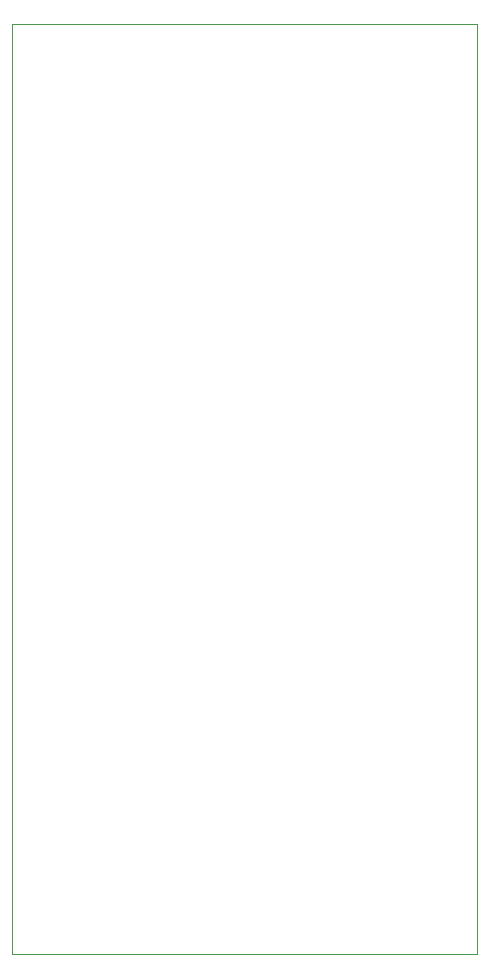
<source format=gm1>
G04 #@! TF.GenerationSoftware,KiCad,Pcbnew,(6.0.5)*
G04 #@! TF.CreationDate,2022-07-17T20:37:41+02:00*
G04 #@! TF.ProjectId,c128-mmu-exp,63313238-2d6d-46d7-952d-6578702e6b69,rev?*
G04 #@! TF.SameCoordinates,Original*
G04 #@! TF.FileFunction,Profile,NP*
%FSLAX46Y46*%
G04 Gerber Fmt 4.6, Leading zero omitted, Abs format (unit mm)*
G04 Created by KiCad (PCBNEW (6.0.5)) date 2022-07-17 20:37:41*
%MOMM*%
%LPD*%
G01*
G04 APERTURE LIST*
G04 #@! TA.AperFunction,Profile*
%ADD10C,0.100000*%
G04 #@! TD*
G04 APERTURE END LIST*
D10*
X119380000Y-25400000D02*
X80010000Y-25400000D01*
X80010000Y-25400000D02*
X80010000Y-104140000D01*
X80010000Y-104140000D02*
X119380000Y-104140000D01*
X119380000Y-104140000D02*
X119380000Y-25400000D01*
M02*

</source>
